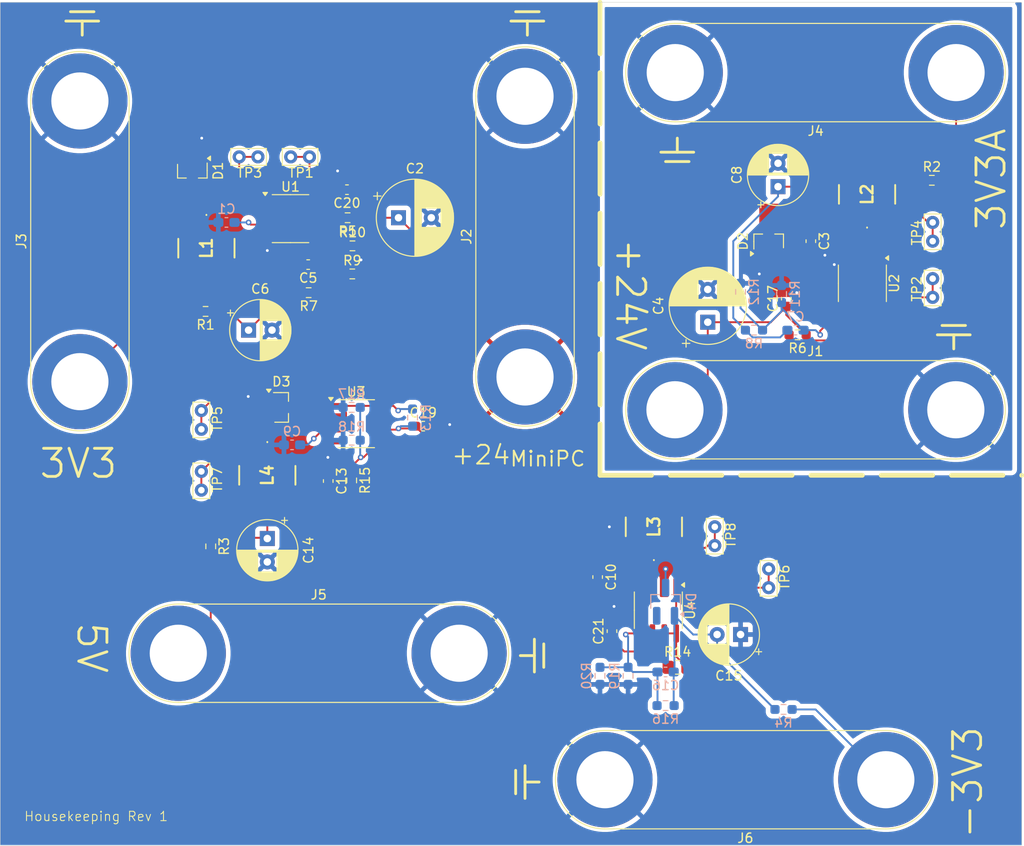
<source format=kicad_pcb>
(kicad_pcb (version 20241229) (generator "pcbnew") (generator_version "9.0")
  (layers (0 "F.Cu" signal) (2 "B.Cu" signal) (13 "F.Paste" user) (15 "B.Paste" user) (5 "F.SilkS" user "F.Silkscreen") (7 "B.SilkS" user "B.Silkscreen") (1 "F.Mask" user) (3 "B.Mask" user) (25 "Edge.Cuts" user))
  (net 0 "")
  (net 1 "GND")
  (net 2 "/Housekeeping Power Supplies/3V3_CT")
  (net 3 "/Housekeeping Power Supplies/3V3A_CT")
  (net 4 "+3V3")
  (net 5 "+5V")
  (net 6 "+24V")
  (net 7 "/Housekeeping Power Supplies/3V3_COMP")
  (net 8 "/Housekeeping Power Supplies/3V3A_COMP")
  (net 9 "GNDPWR")
  (net 10 "+3.3VA")
  (net 11 "-3V3")
  (net 12 "/Housekeeping Power Supplies/5V_CT")
  (net 13 "/Housekeeping Power Supplies/-3V3_CT")
  (net 14 "/Housekeeping Power Supplies/5V_COMP")
  (net 15 "/Housekeeping Power Supplies/-3V3_COMP")
  (net 16 "/+24_{MiniPC}")
  (net 17 "/3V3bR")
  (net 18 "/3V3AbR")
  (net 19 "/5VbR")
  (net 20 "/-3V3bR")
  (net 21 "/Housekeeping Power Supplies/3V3_SW")
  (net 22 "/Housekeeping Power Supplies/3V3A_SW")
  (net 23 "/Housekeeping Power Supplies/5V_SW")
  (net 24 "/Housekeeping Power Supplies/-3V3_SW")
  (net 25 "/Housekeeping Power Supplies/3V3_VC")
  (net 26 "/Housekeeping Power Supplies/3V3A_VC")
  (net 27 "/Housekeeping Power Supplies/5V_VC")
  (net 28 "/Housekeeping Power Supplies/-3V3_VC")
  (footprint "TestPoint:TestPoint_Bridge_Pitch2.0mm_Drill0.7mm" (layer "F.Cu") (at 173 37)
    (property "Reference" "TP3")
    (property "Value" "V_{E}")
  )
  (footprint "Connector:Banana_Jack_2Pin" (layer "F.Cu") (at 203.5 60.5 90)
    (property "Reference" "J2")
    (property "Value" "Conn_01x02_Socket")
  )
  (footprint "TestPoint:TestPoint_Bridge_Pitch2.0mm_Drill0.7mm" (layer "F.Cu") (at 178.5 37)
    (property "Reference" "TP1")
    (property "Value" "V_{C}")
  )
  (footprint "Capacitor_THT:CP_Radial_D6.3mm_P2.50mm" (layer "F.Cu") (at 226.5 88 180)
    (property "Reference" "C15")
    (property "Value" "470u")
  )
  (footprint "Capacitor_SMD:C_0603_1608Metric_Pad1.08x0.95mm_HandSolder" (layer "F.Cu") (at 212.78 87.6375 90)
    (property "Reference" "C21")
    (property "Value" "1u")
  )
  (footprint "Capacitor_SMD:C_0603_1608Metric_Pad1.08x0.95mm_HandSolder" (layer "F.Cu") (at 234 46 -90)
    (property "Reference" "C3")
    (property "Value" "75p")
  )
  (footprint "Connector:Banana_Jack_2Pin" (layer "F.Cu") (at 249.5 28 180)
    (property "Reference" "J4")
    (property "Value" "Conn_01x02_Socket")
  )
  (footprint "Package_SO:SOIC-8_3.9x4.9mm_P1.27mm" (layer "F.Cu") (at 185.4875 65.49)
    (property "Reference" "U3")
    (property "Value" "MC34063A")
  )
  (footprint "Resistor_SMD:R_0603_1608Metric_Pad0.98x0.95mm_HandSolder" (layer "F.Cu") (at 169.4125 53.5 180)
    (property "Reference" "R1")
    (property "Value" "50")
  )
  (footprint "TestPoint:TestPoint_Bridge_Pitch2.0mm_Drill0.7mm" (layer "F.Cu") (at 168.9625 66.085 90)
    (property "Reference" "TP5")
    (property "Value" "V_{C}")
  )
  (footprint "Connector:Banana_Jack_2Pin" (layer "F.Cu") (at 242 103.5 180)
    (property "Reference" "J6")
    (property "Value" "Conn_01x02_Socket")
  )
  (footprint "Capacitor_SMD:C_0603_1608Metric_Pad1.08x0.95mm_HandSolder" (layer "F.Cu") (at 184.5 40.5 180)
    (property "Reference" "C20")
    (property "Value" "1u")
  )
  (footprint "Capacitor_THT:CP_Radial_D6.3mm_P2.50mm" (layer "F.Cu") (at 174 55.5)
    (property "Reference" "C6")
    (property "Value" "470u")
  )
  (footprint "Resistor_SMD:R_0603_1608Metric_Pad0.98x0.95mm_HandSolder" (layer "F.Cu") (at 246.9125 39.5)
    (property "Reference" "R2")
    (property "Value" "50")
  )
  (footprint "Connector:Banana_Jack_2Pin" (layer "F.Cu") (at 166.5 90)
    (property "Reference" "J5")
    (property "Value" "Conn_01x02_Socket")
  )
  (footprint "Resistor_SMD:R_0603_1608Metric_Pad0.98x0.95mm_HandSolder" (layer "F.Cu") (at 185.0675 49.5)
    (property "Reference" "R9")
    (property "Value" "6.8k")
  )
  (footprint "Resistor_SMD:R_0603_1608Metric_Pad0.98x0.95mm_HandSolder" (layer "F.Cu") (at 232.5875 56 180)
    (property "Reference" "R6")
    (property "Value" "1")
  )
  (footprint "Capacitor_THT:CP_Radial_D8.0mm_P3.50mm" (layer "F.Cu") (at 223 54.652651 90)
    (property "Reference" "C4")
    (property "Value" "100u")
  )
  (footprint "TestPoint:TestPoint_Bridge_Pitch2.0mm_Drill0.7mm" (layer "F.Cu") (at 229.5 83 90)
    (property "Reference" "TP6")
    (property "Value" "V_{C}")
  )
  (footprint "Capacitor_THT:CP_Radial_D6.3mm_P2.50mm" (layer "F.Cu") (at 176 77.75 -90)
    (property "Reference" "C14")
    (property "Value" "470u")
  )
  (footprint "Package_SO:SOIC-8_3.9x4.9mm_P1.27mm" (layer "F.Cu") (at 239.5 50.5 -90)
    (property "Reference" "U2")
    (property "Value" "MC34063A")
  )
  (footprint "Connector:Banana_Jack_2Pin" (layer "F.Cu") (at 219.5 64)
    (property "Reference" "J1")
    (property "Value" "Conn_01x02_Socket")
  )
  (footprint "Resistor_SMD:R_0603_1608Metric_Pad0.98x0.95mm_HandSolder" (layer "F.Cu") (at 180.4125 51.5 180)
    (property "Reference" "R7")
    (property "Value" "1.2k")
  )
  (footprint "Resistor_SMD:R_0603_1608Metric_Pad0.98x0.95mm_HandSolder" (layer "F.Cu") (at 185.0875 46.5)
    (property "Reference" "R10")
    (property "Value" "820")
  )
  (footprint "Capacitor_THT:CP_Radial_D6.3mm_P2.50mm" (layer "F.Cu") (at 230.5 40.18238 90)
    (property "Reference" "C8")
    (property "Value" "470u")
  )
  (footprint "Package_TO_SOT_SMD:SOT-23_Handsoldering" (layer "F.Cu") (at 168 38.5 -90)
    (property "Reference" "D1")
    (property "Value" "BAT54")
  )
  (footprint "TestPoint:TestPoint_Bridge_Pitch2.0mm_Drill0.7mm" (layer "F.Cu") (at 168.9625 72.585 90)
    (property "Reference" "TP7")
    (property "Value" "V_{E}")
  )
  (footprint "Capacitor_SMD:C_0603_1608Metric_Pad1.08x0.95mm_HandSolder" (layer "F.Cu") (at 211.25 81.8625 -90)
    (property "Reference" "C10")
    (property "Value" "68p")
  )
  (footprint "Resistor_SMD:R_0805_2012Metric_Pad1.20x1.40mm_HandSolder" (layer "F.Cu") (at 219.78 91.5)
    (property "Reference" "R14")
    (property "Value" "0.866")
  )
  (footprint "Package_SO:SOIC-8_3.9x4.9mm_P1.27mm" (layer "F.Cu") (at 178.475 43.595)
    (property "Reference" "U1")
    (property "Value" "MC34063A")
  )
  (footprint "TestPoint:TestPoint_Bridge_Pitch2.0mm_Drill0.7mm" (layer "F.Cu") (at 223.75 78.5 90)
    (property "Reference" "TP8")
    (property "Value" "V_{E}")
  )
  (footprint "Package_TO_SOT_SMD:SOT-23_Handsoldering" (layer "F.Cu") (at 229.5 46 90)
    (property "Reference" "D2")
    (property "Value" "BAT54")
  )
  (footprint "Capacitor_SMD:C_0603_1608Metric_Pad1.08x0.95mm_HandSolder" (layer "F.Cu") (at 180.3625 48.5 180)
    (property "Reference" "C5")
    (property "Value" "0.01u")
  )
  (footprint "TestPoint:TestPoint_Bridge_Pitch2.0mm_Drill0.7mm" (layer "F.Cu") (at 247 50 -90)
    (property "Reference" "TP2")
    (property "Value" "V_{C}")
  )
  (footprint "! Robomaster Passives:ASPIAIGS6055221MT" (layer "F.Cu") (at 240 41 90)
    (property "Reference" "L2")
    (property "Value" "220u" (hide yes))
  )
  (footprint "! Robomaster Passives:ASPIAIGS6055221MT" (layer "F.Cu") (at 176 71 -90)
    (property "Reference" "L4")
    (property "Value" "220u" (hide yes))
  )
  (footprint "TestPoint:TestPoint_Bridge_Pitch2.0mm_Drill0.7mm" (layer "F.Cu") (at 247 44 -90)
    (property "Reference" "TP4")
    (property "Value" "V_{E}")
  )
  (footprint "Resistor_SMD:R_0603_1608Metric_Pad0.98x0.95mm_HandSolder" (layer "F.Cu") (at 185 71.545 -90)
    (property "Reference" "R15")
    (property "Value" "4.7k")
  )
  (footprint "Capacitor_SMD:C_0603_1608Metric_Pad1.08x0.95mm_HandSolder" (layer "F.Cu") (at 231.37825 52.1375 90)
    (property "Reference" "C17")
    (property "Value" "1u")
  )
  (footprint "Package_SO:SOIC-8_3.9x4.9mm_P1.27mm" (layer "F.Cu") (at 217.725 85.405 -90)
    (property "Reference" "U4")
    (property "Value" "MC34063A")
  )
  (footprint "! Robomaster Passives:ASPIAIGS6055221MT" (layer "F.Cu") (at 217.25 76.5 90)
    (property "Reference" "L3")
    (property "Value" "88u" (hide yes))
  )
  (footprint "Resistor_SMD:R_0603_1608Metric_Pad0.98x0.95mm_HandSolder" (layer "F.Cu") (at 169.9625 78.585 -90)
    (property "Reference" "R3")
    (property "Value" "50")
  )
  (footprint "Resistor_SMD:R_0603_1608Metric_Pad0.98x0.95mm_HandSolder" (layer "F.Cu") (at 184.5675 43.5 180)
    (property "Reference" "R5")
    (property "Value" "1")
  )
  (footprint "Capacitor_SMD:C_0603_1608Metric_Pad1.08x0.95mm_HandSolder" (layer "F.Cu") (at 192.6375 65.75)
    (property "Reference" "C19")
    (property "Value" "1u")
  )
  (footprint "Capacitor_THT:CP_Radial_D8.0mm_P3.50mm" (layer "F.Cu") (at 190 43.5)
    (property "Reference" "C2")
    (property "Value" "100u")
  )
  (footprint "Capacitor_SMD:C_0603_1608Metric_Pad1.08x0.95mm_HandSolder" (layer "F.Cu") (at 182.5 71.6125 -90)
    (property "Reference" "C13")
    (property "Value" "0.01u")
  )
  (footprint "Package_TO_SOT_SMD:SOT-23_Handsoldering" (layer "F.Cu") (at 177.5 63.75)
    (property "Reference" "D3")
    (property "Value" "BAT54")
  )
  (footprint "! Robomaster Passives:ASPIAIGS6055221MT" (layer "F.Cu") (at 169.5 46.75 -90)
    (property "Reference" "L1")
    (property "Value" "220u" (hide yes))
  )
  (footprint "Connector:Banana_Jack_2Pin" (layer "F.Cu") (at 156 61 90)
    (property "Reference" "J3")
    (property "Value" "Conn_01x02_Socket")
  )
  (footprint "Resistor_SMD:R_0603_1608Metric_Pad0.98x0.95mm_HandSolder" (layer "B.Cu") (at 231.0875 96)
    (property "Reference" "R4")
    (property "Value" "50")
  )
  (footprint "Resistor_SMD:R_0603_1608Metric_Pad0.98x0.95mm_HandSolder" (layer "B.Cu") (at 191.5 64.8375 90)
    (property "Reference" "R13")
    (property "Value" "1")
  )
  (footprint "Resistor_SMD:R_0603_1608Metric_Pad0.98x0.95mm_HandSolder" (layer "B.Cu") (at 214.5 92.4125 -90)
    (property "Reference" "R19")
    (property "Value" "6.8k")
  )
  (footprint "Resistor_SMD:R_0603_1608Metric_Pad0.98x0.95mm_HandSolder" (layer "B.Cu") (at 227.9325 55.5)
    (property "Reference" "R8")
    (property "Value" "1.2k")
  )
  (footprint "Capacitor_SMD:C_0603_1608Metric_Pad1.08x0.95mm_HandSolder" (layer "B.Cu") (at 178.6375 67.75 180)
    (property "Reference" "C9")
    (property "Value" "100p")
  )
  (footprint "Capacitor_SMD:C_0603_1608Metric_Pad1.08x0.95mm_HandSolder" (layer "B.Cu") (at 218.5 92)
    (property "Reference" "C16")
    (property "Value" "0.01u")
  )
  (footprint "Capacitor_SMD:C_0603_1608Metric_Pad1.08x0.95mm_HandSolder" (layer "B.Cu") (at 232.3625 55.5 180)
    (property "Reference" "C7")
    (property "Value" "0.01u")
  )
  (footprint "Resistor_SMD:R_0603_1608Metric_Pad0.98x0.95mm_HandSolder" (layer "B.Cu") (at 230.87825 51.6375 90)
    (property "Reference" "R11")
    (property "Value" "6.8k")
  )
  (footprint "Resistor_SMD:R_0603_1608Metric_Pad0.98x0.95mm_HandSolder" (layer "B.Cu") (at 185 67.25 180)
    (property "Reference" "R18")
    (property "Value" "1.8k")
  )
  (footprint "Resistor_SMD:R_0603_1608Metric_Pad0.98x0.95mm_HandSolder" (layer "B.Cu") (at 185 63.75 180)
    (property "Reference" "R17")
    (property "Value" "12k")
  )
  (footprint "Resistor_SMD:R_0603_1608Metric_Pad0.98x0.95mm_HandSolder" (layer "B.Cu") (at 218.5 95.5875)
    (property "Reference" "R16")
    (property "Value" "1.2k")
  )
  (footprint "Capacitor_SMD:C_0603_1608Metric_Pad1.08x0.95mm_HandSolder" (layer "B.Cu") (at 171.6375 44 180)
    (property "Reference" "C1")
    (property "Value" "75p")
  )
  (footprint "Resistor_SMD:R_0603_1608Metric_Pad0.98x0.95mm_HandSolder" (layer "B.Cu") (at 226.5 51.4125 90)
    (property "Reference" "R12")
    (property "Value" "820")
  )
  (footprint "Resistor_SMD:R_0603_1608Metric_Pad0.98x0.95mm_HandSolder" (layer "B.Cu") (at 211.5 92.4125 -90)
    (property "Reference" "R20")
    (property "Value" "820")
  )
  (footprint "Package_TO_SOT_SMD:SOT-23_Handsoldering" (layer "B.Cu") (at 218.5 84.5 90)
    (property "Reference" "D4")
    (property "Value" "BAT54")
  )
  (gr_line (start 248 55) (end 250.5 55) (stroke (width 0.3)) (layer "F.SilkS"))
  (gr_line (start 202.5 105) (end 202.5 102.5) (stroke (width 0.3)) (layer "F.SilkS"))
  (gr_line (start 221 37.5) (end 218.5 37.5) (stroke (width 0.3)) (layer "F.SilkS"))
  (gr_line (start 221.5 36.5) (end 218 36.5) (stroke (width 0.3)) (layer "F.SilkS"))
  (gr_line (start 211.5 20.5) (end 211.5 71) (stroke (width 0.5) (type dash)) (layer "F.SilkS"))
  (gr_line (start 203.75 24) (end 203.75 22.5) (stroke (width 0.3)) (layer "F.SilkS"))
  (gr_line (start 211.5 71) (end 256.5 71) (stroke (width 0.5) (type dash)) (layer "F.SilkS"))
  (gr_line (start 204.5 88.5) (end 204.5 92) (stroke (width 0.3)) (layer "F.SilkS"))
  (gr_line (start 203.5 105.5) (end 203.5 102) (stroke (width 0.3)) (layer "F.SilkS"))
  (gr_line (start 154.5 22.5) (end 158 22.5) (stroke (width 0.3)) (layer "F.SilkS"))
  (gr_line (start 205.5 89) (end 205.5 91.5) (stroke (width 0.3)) (layer "F.SilkS"))
  (gr_line (start 205 103.75) (end 203.5 103.75) (stroke (width 0.3)) (layer "F.SilkS"))
  (gr_line (start 247.5 56) (end 251 56) (stroke (width 0.3)) (layer "F.SilkS"))
  (gr_line (start 155 21.5) (end 157.5 21.5) (stroke (width 0.3)) (layer "F.SilkS"))
  (gr_line (start 156.25 24) (end 156.25 22.5) (stroke (width 0.3)) (layer "F.SilkS"))
  (gr_line (start 203 90.25) (end 204.5 90.25) (stroke (width 0.3)) (layer "F.SilkS"))
  (gr_line (start 202 22.5) (end 205.5 22.5) (stroke (width 0.3)) (layer "F.SilkS"))
  (gr_line (start 249.25 57.5) (end 249.25 56) (stroke (width 0.3)) (layer "F.SilkS"))
  (gr_line (start 202.5 21.5) (end 205 21.5) (stroke (width 0.3)) (layer "F.SilkS"))
  (gr_line (start 219.75 35) (end 219.75 36.5) (stroke (width 0.3)) (layer "F.SilkS"))
  (gr_rect (start 147.5 20.5) (end 256.5 110.5) (stroke (width 0.05)) (fill no) (layer "Edge.Cuts"))
  (gr_text "-3V3\n" (at 252.5 110 90) (layer "F.SilkS") (effects (font (size 3 3) (thickness 0.3)) (justify left bottom)))
  (gr_text "5V" (at 155.5 86.5 270) (layer "F.SilkS") (effects (font (size 3 3) (thickness 0.3)) (justify left bottom)))
  (gr_text "+24V" (at 213 45.5 270) (layer "F.SilkS") (effects (font (size 3 3) (thickness 0.3)) (justify left bottom)))
  (gr_text "Housekeeping Rev 1\n" (at 150 108 0) (layer "F.SilkS") (effects (font (size 1 1) (thickness 0.1)) (justify left bottom)))
  (gr_text "+24_{MiniPC}" (at 195.5 70 0) (layer "F.SilkS") (effects (font (size 2 2) (thickness 0.2)) (justify left bottom)))
  (gr_text "3V3A\n" (at 255 45 90) (layer "F.SilkS") (effects (font (size 3 3) (thickness 0.3)) (justify left bottom)))
  (gr_text "3V3\n" (at 151.5 71.5 0) (layer "F.SilkS") (effects (font (size 3 3) (thickness 0.3)) (justify left bottom)))
  (segment (start 195.2975 65.75) (end 195.4625 65.585) (width 0.2) (layer "F.Cu") (net 1))
  (segment (start 185.98 48.02) (end 186 48) (width 0.2) (layer "F.Cu") (net 1))
  (segment (start 212.5 76.5) (end 215 76.5) (width 0.2) (layer "F.Cu") (net 1))
  (segment (start 168.95 35.55) (end 168.95 37) (width 0.2) (layer "F.Cu") (net 1))
  (segment (start 186 46.5) (end 186 48) (width 0.2) (layer "F.Cu") (net 1))
  (segment (start 183.0125 67.395) (end 183.0125 68.535) (width 0.2) (layer "F.Cu") (net 1))
  (segment (start 183.5 38.5) (end 183.5 39) (width 0.2) (layer "F.Cu") (net 1))
  (segment (start 176 45.5) (end 176 47) (width 0.2) (layer "F.Cu") (net 1))
  (segment (start 169 35) (end 169 35.5) (width 0.2) (layer "F.Cu") (net 1))
  (segment (start 169 35.5) (end 168.95 35.55) (width 0.2) (layer "F.Cu") (net 1))
  (segment (start 215 76.5) (end 217.25 74.25) (width 0.2) (layer "F.Cu") (net 1))
  (segment (start 185.98 49.5) (end 185.98 48.02) (width 0.2) (layer "F.Cu") (net 1))
  (segment (start 193.5 65.75) (end 195.2975 65.75) (width 0.2) (layer "F.Cu") (net 1))
  (segment (start 173.9625 62.585) (end 174.1775 62.8) (width 0.2) (layer "F.Cu") (net 1))
  (segment (start 183.6375 39.1375) (end 183.6375 40.5) (width 0.2) (layer "F.Cu") (net 1))
  (segment (start 183.0125 68.535) (end 182.4625 69.085) (width 0.2) (layer "F.Cu") (net 1))
  (segment (start 183.5 39) (end 183.6375 39.1375) (width 0.2) (layer "F.Cu") (net 1))
  (segment (start 174.1775 62.8) (end 176 62.8) (width 0.2) (layer "F.Cu") (net 1))
  (via (at 213 85) (size 0.6) (drill 0.3) (layers "F.Cu" "B.Cu") (net 1))
  (via (at 176 47) (size 0.6) (drill 0.3) (layers "F.Cu" "B.Cu") (net 1))
  (via (at 195.4625 65.585) (size 0.6) (drill 0.3) (layers "F.Cu" "B.Cu") (net 1))
  (via (at 212.5 76.5) (size 0.6) (drill 0.3) (layers "F.Cu" "B.Cu") (net 1))
  (via (at 186 48) (size 0.6) (drill 0.3) (layers "F.Cu" "B.Cu") (net 1))
  (via (at 182.4625 69.085) (size 0.6) (drill 0.3) (layers "F.Cu" "B.Cu") (net 1))
  (via (at 173.9625 62.585) (size 0.6) (drill 0.3) (layers "F.Cu" "B.Cu") (net 1))
  (via (at 169 35) (size 0.6) (drill 0.3) (layers "F.Cu" "B.Cu") (net 1))
  (via (at 183.5 38.5) (size 0.6) (drill 0.3) (layers "F.Cu" "B.Cu") (net 1))
  (segment (start 176 44.23) (end 174.23 44.23) (width 0.2) (layer "F.Cu") (net 2))
  (segment (start 174.23 44.23) (end 174 44) (width 0.2) (layer "F.Cu") (net 2))
  (via (at 174 44) (size 0.6) (drill 0.3) (layers "F.Cu" "B.Cu") (net 2))
  (segment (start 172.5 44) (end 174 44) (width 0.2) (layer "B.Cu") (net 2))
  (segment (start 236.952499 45.1375) (end 238.865 47.050001) (width 0.2) (layer "F.Cu") (net 3))
  (segment (start 238.865 47.050001) (end 238.865 48.025) (width 0.2) (layer "F.Cu") (net 3))
  (segment (start 234 45.1375) (end 236.952499 45.1375) (width 0.2) (layer "F.Cu") (net 3))
  (segment (start 170.325 49.825) (end 169.5 49) (width 0.2) (layer "F.Cu") (net 4))
  (segment (start 170.325 53.5) (end 172 53.5) (width 0.2) (layer "F.Cu") (net 4))
  (segment (start 178 51.5) (end 179.5 51.5) (width 0.2) (layer "F.Cu") (net 4))
  (segment (start 179.5 48.5) (end 179.5 51.5) (width 0.2) (layer "F.Cu") (net 4))
  (segment (start 174 55.5) (end 178 51.5) (width 0.2) (layer "F.Cu") (net 4))
  (segment (start 170.325 53.5) (end 170.325 49.825) (width 0.2) (layer "F.Cu") (net 4))
  (segment (start 172 53.5) (end 174 55.5) (width 0.2) (layer "F.Cu") (net 4))
  (segment (start 185 72.4575) (end 182.5175 72.4575) (width 0.2) (layer "F.Cu") (net 5))
  (segment (start 169.9625 77.6725) (end 175.9225 77.6725) (width 0.2) (layer "F.Cu") (net 5))
  (segment (start 175.9225 77.6725) (end 176 77.75) (width 0.2) (layer "F.Cu") (net 5))
  (segment (start 182.5 72.475) (end 176.775 72.475) (width 0.2) (layer "F.Cu") (net 5))
  (segment (start 182.5175 72.4575) (end 182.5 72.475) (width 0.2) (layer "F.Cu") (net 5))
  (segment (start 176.775 72.475) (end 176 73.25) (width 0.2) (layer "F.Cu") (net 5))
  (segment (start 176 73.25) (end 176 77.75) (width 0.2) (layer "F.Cu") (net 5))
  (segment (start 229.725599 54.652651) (end 231.37825 53) (width 0.2) (layer "F.Cu") (net 6))
  (segment (start 231.37825 53.87825) (end 233.5 56) (width 0.2) (layer "F.Cu") (net 6))
  (segment (start 223 54.652651) (end 229.725599 54.652651) (width 0.2) (layer "F.Cu") (net 6))
  (segment (start 238.865 52.975) (end 238.865 53.949999) (width 0.2) (layer "F.Cu") (net 6))
  (segment (start 236.213999 56.601) (end 234.101 56.601) (width 0.2) (layer "F.Cu") (net 6))
  (segment (start 234.101 56.601) (end 233.5 56) (width 0.2) (layer "F.Cu") (net 6))
  (segment (start 223 54.652651) (end 223 60.5) (width 0.2) (layer "F.Cu") (net 6))
  (segment (start 231.37825 53) (end 231.37825 53.87825) (width 0.2) (layer "F.Cu") (net 6))
  (segment (start 223 60.5) (end 219.5 64) (width 0.2) (layer "F.Cu") (net 6))
  (segment (start 238.865 53.949999) (end 236.213999 56.601) (width 0.2) (layer "F.Cu") (net 6))
  (segment (start 181.225 48.5) (end 181.225 48.725) (width 0.2) (layer "F.Cu") (net 7))
  (segment (start 180.95 45.5) (end 180.95 48.225) (width 0.2) (layer "F.Cu") (net 7))
  (segment (start 181.325 49.5) (end 181.325 51.5) (width 0.2) (layer "F.Cu") (net 7))
  (segment (start 180.95 48.225) (end 181.225 48.5) (width 0.2) (layer "F.Cu") (net 7))
  (segment (start 184.175 46.5) (end 184.175 49.48) (width 0.2) (layer "F.Cu") (net 7))
  (segment (start 181.225 48.725) (end 181.325 48.825) (width 0.2) (layer "F.Cu") (net 7))
  (segment (start 184.155 49.5) (end 181.325 49.5) (width 0.2) (layer "F.Cu") (net 7))
  (segment (start 181.325 48.825) (end 181.325 49.5) (width 0.2) (layer "F.Cu") (net 7))
  (segment (start 184.175 49.48) (end 184.155 49.5) (width 0.2) (layer "F.Cu") (net 7))
  (segment (start 235 56) (end 235 55.57) (width 0.2) (layer "F.Cu") (net 8))
  (segment (start 235 55.57) (end 237.595 52.975) (width 0.2) (layer "F.Cu") (net 8))
  (via (at 235 56) (size 0.6) (drill 0.3) (layers "F.Cu" "B.Cu") (net 8))
  (segment (start 230.87825 53.46675) (end 228.845 55.5) (width 0.2) (layer "B.Cu") (net 8))
  (segment (start 230.87825 53.15325) (end 233.225 55.5) (width 0.2) (layer "B.Cu") (net 8))
  (segment (start 226.5 53.155) (end 228.845 55.5) (width 0.2) (layer "B.Cu") (net 8))
  (segment (start 226.5 52.325) (end 226.5 53.155) (width 0.2) (layer "B.Cu") (net 8))
  (segment (start 234.5 55.5) (end 235 56) (width 0.2) (layer "B.Cu") (net 8))
  (segment (start 230.87825 52.55) (end 230.87825 53.15325) (width 0.2) (layer "B.Cu") (net 8))
  (segment (start 233.225 55.5) (end 234.5 55.5) (width 0.2) (layer "B.Cu") (net 8))
  (segment (start 230.87825 52.55) (end 230.87825 53.46675) (width 0.2) (layer "B.Cu") (net 8))
  (segment (start 231.37825 51.275) (end 231.725 51.275) (width 0.2) (layer "F.Cu") (net 9))
  (via (at 232.5 51.5) (size 0.6) (drill 0.3) (layers "F.Cu" "B.Cu") (net 9))
  (via (at 228.5 49.5) (size 0.6) (drill 0.3) (layers "F.Cu" "B.Cu") (net 9))
  (via (at 235.5 47.5) (size 0.6) (drill 0.3) (layers "F.Cu" "B.Cu") (net 9))
  (via (at 236.5 48.5) (size 0.6) (drill 0.3) (layers "F.Cu" "B.Cu") (net 9))
  (segment (start 238.56762 40.18238) (end 240 38.75) (width 0.2) (layer "F.Cu") (net 10))
  (segment (start 245.5 39.5) (end 244.75 38.75) (width 0.2) (layer "F.Cu") (net 10))
  (segment (start 230.5 40.18238) (end 238.56762 40.18238) (width 0.2) (layer "F.Cu") (net 10))
  (segment (start 244.75 38.75) (end 240 38.75) (width 0.2) (layer "F.Cu") (net 10))
  (segment (start 246 39.5) (end 245.5 39.5) (width 0.2) (layer "F.Cu") (net 10))
  (segment (start 227.796 56.276) (end 230.724 56.276) (width 0.2) (layer "B.Cu") (net 10))
  (segment (start 225.724 46) (end 230.5 41.224) (width 0.2) (layer "B.Cu") (net 10))
  (segment (start 227.02 55.5) (end 227.796 56.276) (width 0.2) (layer "B.Cu") (net 10))
  (segment (start 227.02 55.5) (end 225.724 54.204) (width 0.2) (layer "B.Cu") (net 10))
  (segment (start 225.724 54.204) (end 225.724 46) (width 0.2) (layer "B.Cu") (net 10))
  (segment (start 230.5 41.224) (end 230.5 40.18238) (width 0.2) (layer "B.Cu") (net 10))
  (segment (start 230.724 56.276) (end 231.5 55.5) (width 0.2) (layer "B.Cu") (net 10))
  (segment (start 224 89.825) (end 230.175 96) (width 0.2) (layer "B.Cu") (net 11))
  (segment (start 219.3625 95.5375) (end 219.4125 95.5875) (width 0.2) (layer "B.Cu") (net 11))
  (segment (start 224 88) (end 224 89.825) (width 0.2) (layer "B.Cu") (net 11))
  (segment (start 219.3625 92) (end 219.3625 95.5375) (width 0.2) (layer "B.Cu") (net 11))
  (segment (start 221.45 88) (end 219.45 86) (width 0.2) (layer "B.Cu") (net 11))
  (segment (start 219.45 86) (end 219.45 91.945) (width 0.2) (layer "B.Cu") (net 11))
  (segment (start 224 88) (end 221.45 88) (width 0.2) (layer "B.Cu") (net 11))
  (segment (start 181.9225 66.125) (end 180.9625 67.085) (width 0.2) (layer "F.Cu") (net 12))
  (segment (start 183.0125 66.125) (end 181.9225 66.125) (width 0.2) (layer "F.Cu") (net 12))
  (via (at 180.9625 67.085) (size 0.6) (drill 0.3) (layers "F.Cu" "B.Cu") (net 12))
  (segment (start 179.5 67.75) (end 180.2975 67.75) (width 0.2) (layer "B.Cu") (net 12))
  (segment (start 180.2975 67.75) (end 180.9625 67.085) (width 0.2) (layer "B.Cu") (net 12))
  (segment (start 217.09 82.93) (end 217.09 81.955001) (width 0.2) (layer "F.Cu") (net 13))
  (segment (start 217.09 81.955001) (end 216.134999 81) (width 0.2) (layer "F.Cu") (net 13))
  (segment (start 216.134999 81) (end 211.25 81) (width 0.2) (layer "F.Cu") (net 13))
  (segment (start 185 70.6325) (end 185 70.0475) (width 0.2) (layer "F.Cu") (net 14))
  (segment (start 184.8825 70.75) (end 185 70.6325) (width 0.2) (layer "F.Cu") (net 14))
  (segment (start 187.9625 67.395) (end 186.2725 69.085) (width 0.2) (layer "F.Cu") (net 14))
  (segment (start 186.2725 69.085) (end 185.9625 69.085) (width 0.2) (layer "F.Cu") (net 14))
  (segment (start 182.5 70.75) (end 184.8825 70.75) (width 0.2) (layer "F.Cu") (net 14))
  (segment (start 185 70.0475) (end 185.9625 69.085) (width 0.2) (layer "F.Cu") (net 14))
  (via (at 185.9625 69.085) (size 0.6) (drill 0.3) (layers "F.Cu" "B.Cu") (net 14))
  (segment (start 185.9125 67.25) (end 185.9125 69.035) (width 0.2) (layer "B.Cu") (net 14))
  (segment (start 185.9125 69.035) (end 185.9625 69.085) (width 0.2) (layer "B.Cu") (net 14))
  (segment (start 185.9125 63.75) (end 185.9125 67.25) (width 0.2) (layer "B.Cu") (net 14))
  (segment (start 214.37 87.88) (end 214.25 88) (width 0.2) (layer "F.Cu") (net 15))
  (segment (start 215.82 87.88) (end 214.37 87.88) (width 0.2) (layer "F.Cu") (net 15))
  (via (at 214.25 88) (size 0.6) (drill 0.3) (layers "F.Cu" "B.Cu") (net 15))
  (segment (start 217.6375 92) (end 217.6375 95.5375) (width 0.2) (layer "B.Cu") (net 15))
  (segment (start 217.6375 92) (end 215 92) (width 0.2) (layer "B.Cu") (net 15))
  (segment (start 217.6375 95.5375) (end 217.5875 95.5875) (width 0.2) (layer "B.Cu") (net 15))
  (segment (start 215 92) (end 214.5 91.5) (width 0.2) (layer "B.Cu") (net 15))
  (segment (start 214.25 88) (end 214.5 88.25) (width 0.2) (layer "B.Cu") (net 15))
  (segment (start 214.5 88.25) (end 214.5 91.5) (width 0.2) (layer "B.Cu") (net 15))
  (segment (start 214.5 91.5) (end 211.5 91.5) (width 0.2) (layer "B.Cu") (net 15))
  (segment (start 214.09 89.81) (end 217.09 89.81) (width 0.2) (layer "F.Cu") (net 16))
  (segment (start 187.9625 66.125) (end 189.875 66.125) (width 0.2) (layer "F.Cu") (net 16))
  (segment (start 190 43.5) (end 185.48 43.5) (width 0.2) (layer "F.Cu") (net 16))
  (segment (start 185.3625 43.3825) (end 185.48 43.5) (width 0.2) (layer "F.Cu") (net 16))
  (segment (start 212.78 88.5) (end 214.09 89.81) (width 0.2) (layer "F.Cu") (net 16))
  (segment (start 191.775 65.75) (end 192.551 66.526) (width 0.2) (layer "F.Cu") (net 16))
  (segment (start 212 88.5) (end 206 82.5) (width 0.2) (layer "F.Cu") (net 16))
  (segment (start 190 66) (end 191.525 66) (width 0.2) (layer "F.Cu") (net 16))
  (segment (start 191.5 45) (end 198 45) (width 0.2) (layer "F.Cu") (net 16))
  (segment (start 197.474 66.526) (end 197.5 66.5) (width 0.2) (layer "F.Cu") (net 16))
  (segment (start 217.09 89.81) (end 218.78 91.5) (width 0.2) (layer "F.Cu") (net 16))
  (segment (start 185.3625 40.5) (end 185.3625 43.3825) (width 0.2) (layer "F.Cu") (net 16))
  (segment (start 217.09 87.88) (end 217.09 89.81) (width 0.2) (layer "F.Cu") (net 16))
  (segment (start 212.78 88.5) (end 212 88.5) (width 0.2) (layer "F.Cu") (net 16))
  (segment (start 185.48 43.5) (end 184.450001 44.529999) (width 0.2) (layer "F.Cu") (net 16))
  (segment (start 191.525 66) (end 191.775 65.75) (width 0.2) (layer "F.Cu") (net 16))
  (segment (start 190 43.5) (end 191.5 45) (width 0.2) (layer "F.Cu") (net 16))
  (segment (start 181.249999 44.529999) (end 180.95 44.23) (width 0.2) (layer "F.Cu") (net 16))
  (segment (start 189.875 66.125) (end 190 66) (width 0.2) (layer "F.Cu") (net 16))
  (segment (start 184.450001 44.529999) (end 181.249999 44.529999) (width 0.2) (layer "F.Cu") (net 16))
  (segment (start 192.551 66.526) (end 197.474 66.526) (width 0.2) (layer "F.Cu") (net 16))
  (via (at 190 66) (size 0.6) (drill 0.3) (layers "F.Cu" "B.Cu") (net 16))
  (segment (start 191.5 65.75) (end 190.25 65.75) (width 0.2) (layer "B.Cu") (net 16))
  (segment (start 190.25 65.75) (end 190 66) (width 0.2) (layer "B.Cu") (net 16))
  (segment (start 163.5 53.5) (end 168.5 53.5) (width 0.2) (layer "F.Cu") (net 17))
  (segment (start 156 61) (end 163.5 53.5) (width 0.2) (layer "F.Cu") (net 17))
  (segment (start 247.825 39.5) (end 249.5 37.825) (width 0.2) (layer "F.Cu") (net 18))
  (segment (start 249.5 37.825) (end 249.5 28) (width 0.2) (layer "F.Cu") (net 18))
  (segment (start 166.5 90) (end 169.9625 86.5375) (width 0.2) (layer "F.Cu") (net 19))
  (segment (start 169.9625 86.5375) (end 169.9625 79.4975) (width 0.2) (layer "F.Cu") (net 19))
  (segment (start 234.5 96) (end 242 103.5) (width 0.2) (layer "B.Cu") (net 20))
  (segment (start 232 96) (end 234.5 96) (width 0.2) (layer "B.Cu") (net 20))
  (segment (start 173 37) (end 175 37) (width 0.2) (layer "F.Cu") (net 21))
  (segment (start 173 37) (end 173 39.5) (width 0.2) (layer "F.Cu") (net 21))
  (segment (start 247 44) (end 246.5 44) (width 0.2) (layer "F.Cu") (net 22))
  (segment (start 245.75 43.25) (end 240 43.25) (width 0.2) (layer "F.Cu") (net 22))
  (segment (start 240 47.89) (end 240.135 48.025) (width 0.2) (layer "F.Cu") (net 22))
  (segment (start 247 46) (end 247 44) (width 0.2) (layer "F.Cu") (net 22))
  (segment (start 246.5 44) (end 245.75 43.25) (width 0.2) (layer "F.Cu") (net 22))
  (segment (start 168.9625 70.585) (end 168.9625 72.585) (width 0.2) (layer "F.Cu") (net 23))
  (segment (start 176 68.75) (end 170.7975 68.75) (width 0.2) (layer "F.Cu") (net 23))
  (segment (start 170.7975 68.75) (end 168.9625 70.585) (width 0.2) (layer "F.Cu") (net 23))
  (segment (start 223 78.5) (end 222.75 78.75) (width 0.2) (layer "F.Cu") (net 24))
  (segment (start 218.5 82.79) (end 218.36 82.93) (width 0.2) (layer "F.Cu") (net 24))
  (segment (start 222.75 78.75) (end 217.25 78.75) (width 0.2) (layer "F.Cu") (net 24))
  (segment (start 223.75 78.5) (end 223 78.5) (width 0.2) (layer "F.Cu") (net 24))
  (segment (start 217.5 78.5) (end 217.25 78.75) (width 0.2) (layer "F.Cu") (net 24))
  (segment (start 218.5 81) (end 218.5 82.79) (width 0.2) (layer "F.Cu") (net 24))
  (segment (start 223.75 76.5) (end 223.75 78.5) (width 0.2) (layer "F.Cu") (net 24))
  (via (at 218.5 81) (size 0.6) (drill 0.3) (layers "F.Cu" "B.Cu") (net 24))
  (segment (start 218.5 81) (end 218.5 83) (width 0.2) (layer "B.Cu") (net 24))
  (segment (start 176 41.69) (end 180.95 41.69) (width 0.2) (layer "F.Cu") (net 25))
  (segment (start 178.5 37) (end 180.5 37) (width 0.2) (layer "F.Cu") (net 25))
  (segment (start 183.115 42.96) (end 183.655 43.5) (width 0.2) (layer "F.Cu") (net 25))
  (segment (start 180.5 37) (end 180.5 41.24) (width 0.2) (layer "F.Cu") (net 25))
  (segment (start 180.95 41.69) (end 180.95 42.96) (width 0.2) (layer "F.Cu") (net 25))
  (segment (start 180.95 42.96) (end 183.115 42.96) (width 0.2) (layer "F.Cu") (net 25))
  (segment (start 180.5 41.24) (end 180.95 41.69) (width 0.2) (layer "F.Cu") (net 25))
  (segment (start 231.675 56) (end 232.677 57.002) (width 0.2) (layer "F.Cu") (net 26))
  (segment (start 232.677 57.002) (end 237.082999 57.002) (width 0.2) (layer "F.Cu") (net 26))
  (segment (start 237.082999 57.002) (end 240.135 53.949999) (width 0.2) (layer "F.Cu") (net 26))
  (segment (start 241.405 48.025) (end 241.405 52) (width 0.2) (layer "F.Cu") (net 26))
  (segment (start 247 52) (end 247 50) (width 0.2) (layer "F.Cu") (net 26))
  (segment (start 240.135 53.949999) (end 240.135 52.975) (width 0.2) (layer "F.Cu") (net 26))
  (segment (start 241.405 52) (end 241.405 52.975) (width 0.2) (layer "F.Cu") (net 26))
  (segment (start 247 52) (end 241.405 52) (width 0.2) (layer "F.Cu") (net 26))
  (segment (start 240.135 52.975) (end 241.405 52.975) (width 0.2) (layer "F.Cu") (net 26))
  (segment (start 189.4625 63.585) (end 189.9625 64.085) (width 0.2) (layer "F.Cu") (net 27))
  (segment (start 187.9625 63.585) (end 189.4625 63.585) (width 0.2) (layer "F.Cu") (net 27))
  (segment (start 187.9625 63.585) (end 183.0125 63.585) (width 0.2) (layer "F.Cu") (net 27))
  (segment (start 168.9625 64.085) (end 168.9625 66.085) (width 0.2) (layer "F.Cu") (net 27))
  (segment (start 181.4115 61.984) (end 171.0635 61.984) (width 0.2) (layer "F.Cu") (net 27))
  (segment (start 171.0635 61.984) (end 168.9625 64.085) (width 0.2) (layer "F.Cu") (net 27))
  (segment (start 187.9625 64.855) (end 187.9625 63.585) (width 0.2) (layer "F.Cu") (net 27))
  (segment (start 183.0125 63.585) (end 181.4115 61.984) (width 0.2) (layer "F.Cu") (net 27))
  (via (at 189.9625 64.085) (size 0.6) (drill 0.3) (layers "F.Cu" "B.Cu") (net 27))
  (segment (start 191.5 63.925) (end 190.1225 63.925) (width 0.2) (layer "B.Cu") (net 27))
  (segment (start 190.1225 63.925) (end 189.9625 64.085) (width 0.2) (layer "B.Cu") (net 27))
  (segment (start 229.5 83) (end 219.7 83) (width 0.2) (layer "F.Cu") (net 28))
  (segment (start 219.63 87.88) (end 219.63 82.93) (width 0.2) (layer "F.Cu") (net 28))
  (segment (start 219.63 87.88) (end 219.63 90.35) (width 0.2) (layer "F.Cu") (net 28))
  (segment (start 219.7 83) (end 219.63 82.93) (width 0.2) (layer "F.Cu") (net 28))
  (segment (start 219.63 90.35) (end 220.78 91.5) (width 0.2) (layer "F.Cu") (net 28))
  (segment (start 218.36 87.88) (end 219.63 87.88) (width 0.2) (layer "F.Cu") (net 28))
  (segment (start 229.5 83) (end 229.5 81) (width 0.2) (layer "F.Cu") (net 28))
  (zone (net 24) (net_name "/Housekeeping Power Supplies/-3V3_SW") (layer "F.Cu") (priority 7) (connect_pads yes (clearance 0.5)) (min_thickness 0.25) (fill yes (thermal_gap 0.5) (thermal_bridge_width 0.5))
    (polygon (pts (xy 214 77.5) (xy 214 84) (xy 221 84) (xy 221 77.5)))
  )
  (zone (net 21) (net_name "/Housekeeping Power Supplies/3V3_SW") (layer "F.Cu") (priority 6) (connect_pads yes (clearance 0.5)) (min_thickness 0.25) (fill yes (thermal_gap 0.5) (thermal_bridge_width 0.5))
    (polygon (pts (xy 177.5 45.5) (xy 166.5 45.5) (xy 166.5 38.5) (xy 177.5 38.5)))
  )
  (zone (net 16) (net_name "/+24_{MiniPC}") (layer "F.Cu") (priority 2) (connect_pads (clearance 0.5)) (min_thickness 0.25) (fill yes (thermal_gap 0.5) (thermal_bridge_width 0.5))
    (polygon (pts (xy 197 38.5) (xy 209.5 38.5) (xy 209.5 83.5) (xy 197 83.5)))
  )
  (zone (net 22) (net_name "/Housekeeping Power Supplies/3V3A_SW") (layer "F.Cu") (priority 2) (connect_pads yes (clearance 0.5)) (min_thickness 0.25) (fill yes (thermal_gap 0.5) (thermal_bridge_width 0.5))
    (polygon (pts (xy 243 42) (xy 228.5 42) (xy 228.5 49.5) (xy 243 49.5)))
  )
  (zone (net 23) (net_name "/Housekeeping Power Supplies/5V_SW") (layer "F.Cu") (priority 5) (connect_pads yes (clearance 0.5)) (min_thickness 0.25) (fill yes (thermal_gap 0.5) (thermal_bridge_width 0.5))
    (polygon (pts (xy 173 63.5) (xy 184.5 63.5) (xy 184.5 70) (xy 173 70)))
  )
  (zone (net 1) (net_name "GND") (layer "F.Cu") (priority 4) (connect_pads (clearance 0.5)) (min_thickness 0.25) (fill yes (thermal_gap 0.5) (thermal_bridge_width 0.5))
    (polygon (pts (xy 211 82.5) (xy 216 82.5) (xy 216 87) (xy 211 87)))
  )
  (zone (net 9) (net_name "GNDPWR") (layer "F.Cu") (priority 3) (connect_pads yes (clearance 0.5)) (min_thickness 0.25) (fill yes (thermal_gap 0.5) (thermal_bridge_width 0.5))
    (polygon (pts (xy 228 46) (xy 238 46) (xy 238 52) (xy 228 52)))
  )
  (zone (net 1) (net_name "GND") (layer "B.Cu") (connect_pads (clearance 0.5)) (min_thickness 0.25) (fill yes (thermal_gap 0.5) (thermal_bridge_width 0.5))
    (polygon (pts (xy 147.5 20.5) (xy 256.5 20.5) (xy 256.5 110.5) (xy 147.5 110.5)))
  )
  (zone (net 9) (net_name "GNDPWR") (layer "B.Cu") (priority 1) (connect_pads (clearance 0.5)) (min_thickness 0.25) (fill yes (thermal_gap 0.5) (thermal_bridge_width 0.5))
    (polygon (pts (xy 255.5 21) (xy 255.5 70.5) (xy 212 70.5) (xy 212 21)))
  )
)
</source>
